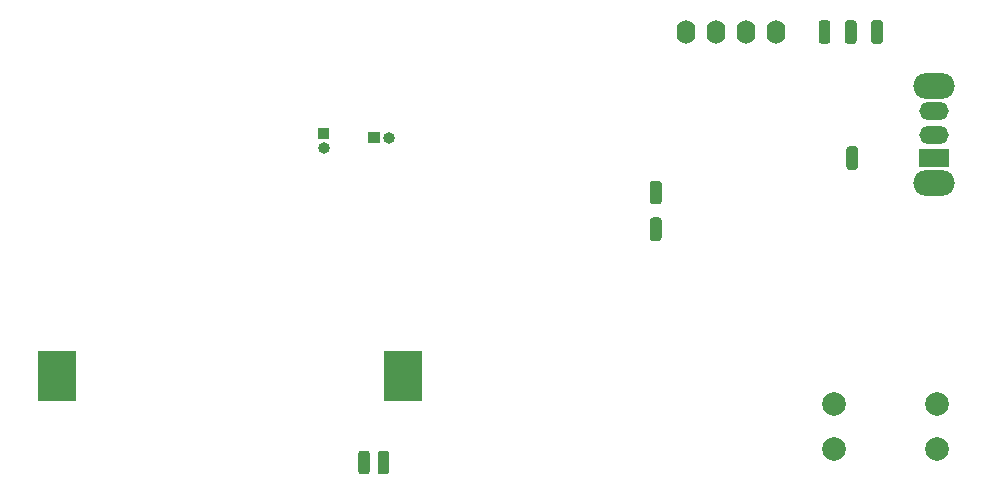
<source format=gbr>
%TF.GenerationSoftware,KiCad,Pcbnew,5.1.8-db9833491~87~ubuntu20.04.1*%
%TF.CreationDate,2020-11-28T22:09:30+05:30*%
%TF.ProjectId,esp_2fa_board_design,6573705f-3266-4615-9f62-6f6172645f64,v01*%
%TF.SameCoordinates,Original*%
%TF.FileFunction,Soldermask,Bot*%
%TF.FilePolarity,Negative*%
%FSLAX46Y46*%
G04 Gerber Fmt 4.6, Leading zero omitted, Abs format (unit mm)*
G04 Created by KiCad (PCBNEW 5.1.8-db9833491~87~ubuntu20.04.1) date 2020-11-28 22:09:30*
%MOMM*%
%LPD*%
G01*
G04 APERTURE LIST*
%ADD10O,1.600102X2.000102*%
%ADD11O,1.000102X1.000102*%
%ADD12O,3.500102X2.200102*%
%ADD13O,2.500102X1.500102*%
%ADD14C,2.000102*%
G04 APERTURE END LIST*
D10*
%TO.C,Brd1*%
X154700000Y-82850000D03*
X152160000Y-82850000D03*
X147080000Y-82850000D03*
X149620000Y-82850000D03*
%TD*%
D11*
%TO.C,J1*%
X116400000Y-92720000D03*
G36*
G01*
X115899949Y-91950000D02*
X115899949Y-90950000D01*
G75*
G02*
X115900000Y-90949949I51J0D01*
G01*
X116900000Y-90949949D01*
G75*
G02*
X116900051Y-90950000I0J-51D01*
G01*
X116900051Y-91950000D01*
G75*
G02*
X116900000Y-91950051I-51J0D01*
G01*
X115900000Y-91950051D01*
G75*
G02*
X115899949Y-91950000I0J51D01*
G01*
G37*
%TD*%
%TO.C,TP5*%
G36*
G01*
X160662949Y-94285526D02*
X160662949Y-92785474D01*
G75*
G02*
X160912974Y-92535449I250025J0D01*
G01*
X161413026Y-92535449D01*
G75*
G02*
X161663051Y-92785474I0J-250025D01*
G01*
X161663051Y-94285526D01*
G75*
G02*
X161413026Y-94535551I-250025J0D01*
G01*
X160912974Y-94535551D01*
G75*
G02*
X160662949Y-94285526I0J250025D01*
G01*
G37*
%TD*%
%TO.C,J3*%
X121950000Y-91800000D03*
G36*
G01*
X121180000Y-92300051D02*
X120180000Y-92300051D01*
G75*
G02*
X120179949Y-92300000I0J51D01*
G01*
X120179949Y-91300000D01*
G75*
G02*
X120180000Y-91299949I51J0D01*
G01*
X121180000Y-91299949D01*
G75*
G02*
X121180051Y-91300000I0J-51D01*
G01*
X121180051Y-92300000D01*
G75*
G02*
X121180000Y-92300051I-51J0D01*
G01*
G37*
%TD*%
%TO.C,TP8*%
G36*
G01*
X144025949Y-100318026D02*
X144025949Y-98817974D01*
G75*
G02*
X144275974Y-98567949I250025J0D01*
G01*
X144776026Y-98567949D01*
G75*
G02*
X145026051Y-98817974I0J-250025D01*
G01*
X145026051Y-100318026D01*
G75*
G02*
X144776026Y-100568051I-250025J0D01*
G01*
X144275974Y-100568051D01*
G75*
G02*
X144025949Y-100318026I0J250025D01*
G01*
G37*
%TD*%
%TO.C,TP7*%
G36*
G01*
X158313449Y-83617526D02*
X158313449Y-82117474D01*
G75*
G02*
X158563474Y-81867449I250025J0D01*
G01*
X159063526Y-81867449D01*
G75*
G02*
X159313551Y-82117474I0J-250025D01*
G01*
X159313551Y-83617526D01*
G75*
G02*
X159063526Y-83867551I-250025J0D01*
G01*
X158563474Y-83867551D01*
G75*
G02*
X158313449Y-83617526I0J250025D01*
G01*
G37*
%TD*%
%TO.C,TP6*%
G36*
G01*
X160535949Y-83617526D02*
X160535949Y-82117474D01*
G75*
G02*
X160785974Y-81867449I250025J0D01*
G01*
X161286026Y-81867449D01*
G75*
G02*
X161536051Y-82117474I0J-250025D01*
G01*
X161536051Y-83617526D01*
G75*
G02*
X161286026Y-83867551I-250025J0D01*
G01*
X160785974Y-83867551D01*
G75*
G02*
X160535949Y-83617526I0J250025D01*
G01*
G37*
%TD*%
%TO.C,TP3*%
G36*
G01*
X120975449Y-120066526D02*
X120975449Y-118566474D01*
G75*
G02*
X121225474Y-118316449I250025J0D01*
G01*
X121725526Y-118316449D01*
G75*
G02*
X121975551Y-118566474I0J-250025D01*
G01*
X121975551Y-120066526D01*
G75*
G02*
X121725526Y-120316551I-250025J0D01*
G01*
X121225474Y-120316551D01*
G75*
G02*
X120975449Y-120066526I0J250025D01*
G01*
G37*
%TD*%
%TO.C,TP2*%
G36*
G01*
X119324449Y-120066526D02*
X119324449Y-118566474D01*
G75*
G02*
X119574474Y-118316449I250025J0D01*
G01*
X120074526Y-118316449D01*
G75*
G02*
X120324551Y-118566474I0J-250025D01*
G01*
X120324551Y-120066526D01*
G75*
G02*
X120074526Y-120316551I-250025J0D01*
G01*
X119574474Y-120316551D01*
G75*
G02*
X119324449Y-120066526I0J250025D01*
G01*
G37*
%TD*%
D12*
%TO.C,SW5*%
X168100000Y-87450000D03*
X168100000Y-95650000D03*
D13*
X168100000Y-89550000D03*
X168100000Y-91550000D03*
G36*
G01*
X169350000Y-94300051D02*
X166850000Y-94300051D01*
G75*
G02*
X166849949Y-94300000I0J51D01*
G01*
X166849949Y-92800000D01*
G75*
G02*
X166850000Y-92799949I51J0D01*
G01*
X169350000Y-92799949D01*
G75*
G02*
X169350051Y-92800000I0J-51D01*
G01*
X169350051Y-94300000D01*
G75*
G02*
X169350000Y-94300051I-51J0D01*
G01*
G37*
%TD*%
%TO.C,TP4*%
G36*
G01*
X162758449Y-83617526D02*
X162758449Y-82117474D01*
G75*
G02*
X163008474Y-81867449I250025J0D01*
G01*
X163508526Y-81867449D01*
G75*
G02*
X163758551Y-82117474I0J-250025D01*
G01*
X163758551Y-83617526D01*
G75*
G02*
X163508526Y-83867551I-250025J0D01*
G01*
X163008474Y-83867551D01*
G75*
G02*
X162758449Y-83617526I0J250025D01*
G01*
G37*
%TD*%
%TO.C,TP1*%
G36*
G01*
X144025949Y-97206526D02*
X144025949Y-95706474D01*
G75*
G02*
X144275974Y-95456449I250025J0D01*
G01*
X144776026Y-95456449D01*
G75*
G02*
X145026051Y-95706474I0J-250025D01*
G01*
X145026051Y-97206526D01*
G75*
G02*
X144776026Y-97456551I-250025J0D01*
G01*
X144275974Y-97456551D01*
G75*
G02*
X144025949Y-97206526I0J250025D01*
G01*
G37*
%TD*%
%TO.C,BT1*%
G36*
G01*
X95450051Y-109900000D02*
X95450051Y-114100000D01*
G75*
G02*
X95450000Y-114100051I-51J0D01*
G01*
X92250000Y-114100051D01*
G75*
G02*
X92249949Y-114100000I0J51D01*
G01*
X92249949Y-109900000D01*
G75*
G02*
X92250000Y-109899949I51J0D01*
G01*
X95450000Y-109899949D01*
G75*
G02*
X95450051Y-109900000I0J-51D01*
G01*
G37*
G36*
G01*
X124750051Y-109900000D02*
X124750051Y-114100000D01*
G75*
G02*
X124750000Y-114100051I-51J0D01*
G01*
X121550000Y-114100051D01*
G75*
G02*
X121549949Y-114100000I0J51D01*
G01*
X121549949Y-109900000D01*
G75*
G02*
X121550000Y-109899949I51J0D01*
G01*
X124750000Y-109899949D01*
G75*
G02*
X124750051Y-109900000I0J-51D01*
G01*
G37*
%TD*%
D14*
%TO.C,J2*%
X159660000Y-118200000D03*
X168300000Y-118200000D03*
X168300000Y-114400000D03*
X159660000Y-114400000D03*
%TD*%
M02*

</source>
